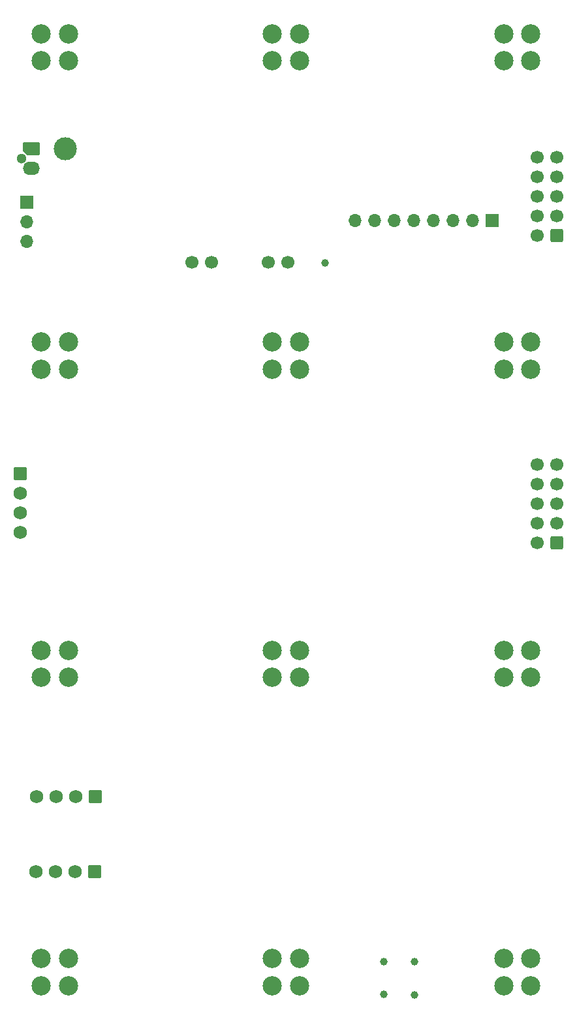
<source format=gbs>
G04 #@! TF.GenerationSoftware,KiCad,Pcbnew,6.0.11-2627ca5db0~126~ubuntu20.04.1*
G04 #@! TF.CreationDate,2023-03-15T01:56:03+01:00*
G04 #@! TF.ProjectId,IOB_V4,494f425f-5634-42e6-9b69-6361645f7063,rev?*
G04 #@! TF.SameCoordinates,Original*
G04 #@! TF.FileFunction,Soldermask,Bot*
G04 #@! TF.FilePolarity,Negative*
%FSLAX46Y46*%
G04 Gerber Fmt 4.6, Leading zero omitted, Abs format (unit mm)*
G04 Created by KiCad (PCBNEW 6.0.11-2627ca5db0~126~ubuntu20.04.1) date 2023-03-15 01:56:03*
%MOMM*%
%LPD*%
G01*
G04 APERTURE LIST*
G04 Aperture macros list*
%AMRoundRect*
0 Rectangle with rounded corners*
0 $1 Rounding radius*
0 $2 $3 $4 $5 $6 $7 $8 $9 X,Y pos of 4 corners*
0 Add a 4 corners polygon primitive as box body*
4,1,4,$2,$3,$4,$5,$6,$7,$8,$9,$2,$3,0*
0 Add four circle primitives for the rounded corners*
1,1,$1+$1,$2,$3*
1,1,$1+$1,$4,$5*
1,1,$1+$1,$6,$7*
1,1,$1+$1,$8,$9*
0 Add four rect primitives between the rounded corners*
20,1,$1+$1,$2,$3,$4,$5,0*
20,1,$1+$1,$4,$5,$6,$7,0*
20,1,$1+$1,$6,$7,$8,$9,0*
20,1,$1+$1,$8,$9,$2,$3,0*%
%AMFreePoly0*
4,1,22,0.945671,0.830970,1.026777,0.776777,1.080970,0.695671,1.100000,0.600000,1.100000,-0.600000,1.080970,-0.695671,1.026777,-0.776777,0.945671,-0.830970,0.850000,-0.850000,-0.450000,-0.850000,-0.545671,-0.830970,-0.626779,-0.776774,-1.026777,-0.376777,-1.080970,-0.295671,-1.100000,-0.200000,-1.100000,0.600000,-1.080970,0.695671,-1.026777,0.776777,-0.945671,0.830970,-0.850000,0.850000,
0.850000,0.850000,0.945671,0.830970,0.945671,0.830970,$1*%
G04 Aperture macros list end*
%ADD10C,3.000000*%
%ADD11C,1.300000*%
%ADD12FreePoly0,0.000000*%
%ADD13O,2.200000X1.700000*%
%ADD14C,1.000000*%
%ADD15RoundRect,0.250000X0.600000X0.600000X-0.600000X0.600000X-0.600000X-0.600000X0.600000X-0.600000X0*%
%ADD16C,1.700000*%
%ADD17RoundRect,0.250000X0.620000X0.620000X-0.620000X0.620000X-0.620000X-0.620000X0.620000X-0.620000X0*%
%ADD18C,1.740000*%
%ADD19R,1.700000X1.700000*%
%ADD20O,1.700000X1.700000*%
%ADD21RoundRect,0.250000X-0.620000X0.620000X-0.620000X-0.620000X0.620000X-0.620000X0.620000X0.620000X0*%
%ADD22C,2.500000*%
G04 APERTURE END LIST*
D10*
X81350000Y-53200000D03*
D11*
X75660000Y-54450000D03*
D12*
X77000000Y-53200000D03*
D13*
X77000000Y-55700000D03*
D14*
X126700000Y-158640000D03*
D15*
X145112500Y-64460000D03*
D16*
X142572500Y-64460000D03*
X145112500Y-61920000D03*
X142572500Y-61920000D03*
X145112500Y-59380000D03*
X142572500Y-59380000D03*
X145112500Y-56840000D03*
X142572500Y-56840000D03*
X145112500Y-54300000D03*
X142572500Y-54300000D03*
D14*
X126700000Y-162950000D03*
D17*
X85220000Y-137260000D03*
D18*
X82680000Y-137260000D03*
X80140000Y-137260000D03*
X77600000Y-137260000D03*
D19*
X136725000Y-62450000D03*
D20*
X134185000Y-62450000D03*
X131645000Y-62450000D03*
X129105000Y-62450000D03*
X126565000Y-62450000D03*
X124025000Y-62450000D03*
X121485000Y-62450000D03*
X118945000Y-62450000D03*
D21*
X75550000Y-95290000D03*
D18*
X75550000Y-97830000D03*
X75550000Y-100370000D03*
X75550000Y-102910000D03*
D17*
X85200000Y-147000000D03*
D18*
X82660000Y-147000000D03*
X80120000Y-147000000D03*
X77580000Y-147000000D03*
D19*
X76400000Y-60060000D03*
D20*
X76400000Y-62600000D03*
X76400000Y-65140000D03*
D14*
X122675000Y-162900000D03*
X115020000Y-67950000D03*
D16*
X100320000Y-67920000D03*
X97780000Y-67920000D03*
D14*
X122675000Y-158640000D03*
D16*
X107680000Y-67920000D03*
X110220000Y-67920000D03*
D15*
X145152500Y-104310000D03*
D16*
X142612500Y-104310000D03*
X145152500Y-101770000D03*
X142612500Y-101770000D03*
X145152500Y-99230000D03*
X142612500Y-99230000D03*
X145152500Y-96690000D03*
X142612500Y-96690000D03*
X145152500Y-94150000D03*
X142612500Y-94150000D03*
D22*
X111777767Y-118232233D03*
X108242233Y-118232233D03*
X108242233Y-121767767D03*
X111777767Y-121767767D03*
X111767767Y-158232233D03*
X108232233Y-158232233D03*
X108232233Y-161767767D03*
X111767767Y-161767767D03*
X141767767Y-38232233D03*
X138232233Y-38232233D03*
X138232233Y-41767767D03*
X141767767Y-41767767D03*
X81777767Y-118232233D03*
X78242233Y-118232233D03*
X78242233Y-121767767D03*
X81777767Y-121767767D03*
X141767767Y-78242233D03*
X138232233Y-78242233D03*
X138232233Y-81777767D03*
X141767767Y-81777767D03*
X81767767Y-158232233D03*
X78232233Y-158232233D03*
X78232233Y-161767767D03*
X81767767Y-161767767D03*
X81767767Y-38232233D03*
X78232233Y-38232233D03*
X78232233Y-41767767D03*
X81767767Y-41767767D03*
X111767767Y-38232233D03*
X108232233Y-38232233D03*
X108232233Y-41767767D03*
X111767767Y-41767767D03*
X111767767Y-78232233D03*
X108232233Y-78232233D03*
X108232233Y-81767767D03*
X111767767Y-81767767D03*
X141767767Y-118232233D03*
X138232233Y-118232233D03*
X138232233Y-121767767D03*
X141767767Y-121767767D03*
X81777767Y-78232233D03*
X78242233Y-78232233D03*
X78242233Y-81767767D03*
X81777767Y-81767767D03*
X141767767Y-158232233D03*
X138232233Y-158232233D03*
X138232233Y-161767767D03*
X141767767Y-161767767D03*
M02*

</source>
